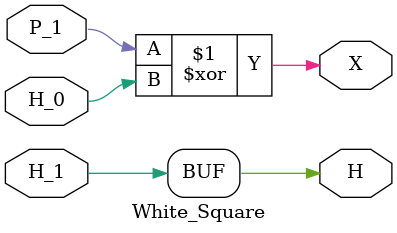
<source format=v>
module White_Square (
    output X,H,
    input H_0,P_1,H_1
);

assign H = H_1;

//wire w1;
//or  WS1 (w1,P_1,H_0);
xor WS2 (X,P_1,H_0);
    
endmodule
</source>
